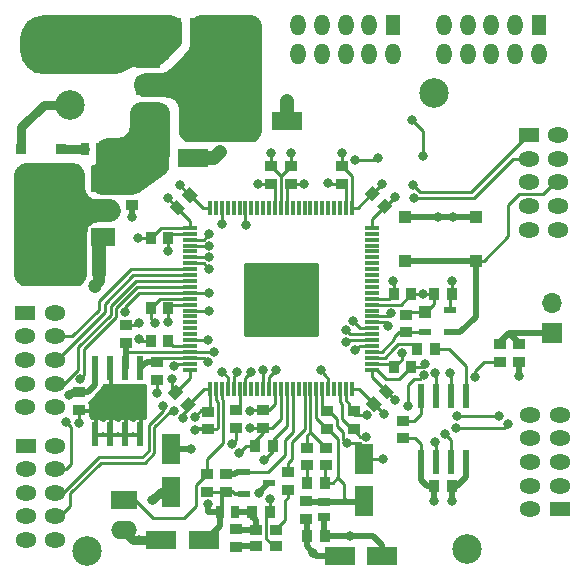
<source format=gtl>
G04 #@! TF.FileFunction,Copper,L1,Top,Signal*
%FSLAX46Y46*%
G04 Gerber Fmt 4.6, Leading zero omitted, Abs format (unit mm)*
G04 Created by KiCad (PCBNEW 4.0.5) date 03/05/17 18:12:25*
%MOMM*%
%LPD*%
G01*
G04 APERTURE LIST*
%ADD10C,0.100000*%
%ADD11C,2.501900*%
%ADD12R,1.000760X1.000760*%
%ADD13R,1.300480X0.299720*%
%ADD14R,0.299720X1.300480*%
%ADD15R,1.700000X1.700000*%
%ADD16O,1.700000X1.700000*%
%ADD17R,0.599440X1.998980*%
%ADD18R,1.000760X0.599440*%
%ADD19R,2.199640X1.524000*%
%ADD20O,2.199640X1.524000*%
%ADD21R,1.100000X0.900000*%
%ADD22R,1.000760X0.899160*%
%ADD23R,0.899160X1.000760*%
%ADD24R,2.000000X3.800000*%
%ADD25R,2.000000X1.500000*%
%ADD26R,1.300000X1.800000*%
%ADD27O,1.300000X1.800000*%
%ADD28R,1.800000X1.300000*%
%ADD29O,1.800000X1.300000*%
%ADD30R,0.635000X1.016000*%
%ADD31R,1.016000X0.635000*%
%ADD32C,2.500000*%
%ADD33R,0.850900X0.850900*%
%ADD34R,1.300480X1.498600*%
%ADD35R,2.600960X1.600200*%
%ADD36R,1.600200X2.600960*%
%ADD37C,0.800000*%
%ADD38C,1.200000*%
%ADD39C,0.250000*%
%ADD40C,0.500000*%
%ADD41C,0.800000*%
%ADD42C,1.200000*%
%ADD43C,1.000000*%
%ADD44C,0.350000*%
%ADD45C,0.254000*%
G04 APERTURE END LIST*
D10*
D11*
X99870000Y-136710000D03*
D12*
X126794260Y-108386880D03*
X132793740Y-112085120D03*
X126794260Y-112085120D03*
X132793740Y-108386880D03*
D13*
X108592620Y-110815120D03*
X108592620Y-111315500D03*
X108592620Y-111815880D03*
X108592620Y-112316260D03*
X108592620Y-112816640D03*
X108592620Y-109316520D03*
X108592620Y-109816900D03*
X108592620Y-110314740D03*
X108592620Y-117314980D03*
X108592620Y-117815360D03*
X108592620Y-118315740D03*
X108592620Y-118816120D03*
X108592620Y-119316500D03*
X108592620Y-119816880D03*
X108592620Y-120317260D03*
X108592620Y-120815100D03*
D14*
X113769140Y-122991880D03*
X114269520Y-122991880D03*
X114767360Y-122991880D03*
X115267740Y-122991880D03*
X115768120Y-122991880D03*
X116268500Y-122991880D03*
X116768880Y-122991880D03*
X117269260Y-122991880D03*
X121767600Y-122991880D03*
X122267980Y-122991880D03*
D13*
X123944380Y-121315480D03*
X123944380Y-120815100D03*
X123944380Y-120317260D03*
X123944380Y-119816880D03*
X123944380Y-119316500D03*
X123944380Y-118816120D03*
X108592620Y-113317020D03*
X108592620Y-113814860D03*
X108592620Y-114315240D03*
X108592620Y-121315480D03*
D14*
X110269020Y-122991880D03*
X110769400Y-122991880D03*
X117769640Y-122991880D03*
X118267480Y-122991880D03*
X118767860Y-122991880D03*
D13*
X123944380Y-118315740D03*
X123944380Y-117815360D03*
X123944380Y-117314980D03*
X108592620Y-114815620D03*
X108592620Y-115316000D03*
X108592620Y-115816380D03*
X108592620Y-116316760D03*
X108592620Y-116817140D03*
D14*
X111267240Y-122991880D03*
X111767620Y-122991880D03*
X112268000Y-122991880D03*
X112768380Y-122991880D03*
X113268760Y-122991880D03*
X119268240Y-122991880D03*
X119768620Y-122991880D03*
X120269000Y-122991880D03*
X120769380Y-122991880D03*
X121269760Y-122991880D03*
D13*
X123944380Y-116817140D03*
X123944380Y-116316760D03*
X123944380Y-115816380D03*
X123944380Y-115316000D03*
X123944380Y-114815620D03*
X123944380Y-114315240D03*
X123944380Y-113814860D03*
X123944380Y-113317020D03*
X123944380Y-112816640D03*
X123944380Y-112316260D03*
X123944380Y-111815880D03*
X123944380Y-111315500D03*
X123944380Y-110815120D03*
X123944380Y-110314740D03*
X123944380Y-109816900D03*
X123944380Y-109316520D03*
D14*
X122267980Y-107640120D03*
X121767600Y-107640120D03*
X121269760Y-107640120D03*
X120769380Y-107640120D03*
X120269000Y-107640120D03*
X119768620Y-107640120D03*
X119268240Y-107640120D03*
X118767860Y-107640120D03*
X118267480Y-107640120D03*
X117769640Y-107640120D03*
X117269260Y-107640120D03*
X116768880Y-107640120D03*
X116268500Y-107640120D03*
X115768120Y-107640120D03*
X115267740Y-107640120D03*
X114767360Y-107640120D03*
X114269520Y-107640120D03*
X113769140Y-107640120D03*
X113268760Y-107640120D03*
X112768380Y-107640120D03*
X112268000Y-107640120D03*
X111767620Y-107640120D03*
X111267240Y-107640120D03*
X110769400Y-107640120D03*
X110269020Y-107640120D03*
D15*
X139242800Y-118211600D03*
D16*
X139242800Y-115671600D03*
D17*
X128092200Y-129133600D03*
X129362200Y-129133600D03*
X130632200Y-129133600D03*
X131902200Y-129133600D03*
X131902200Y-123545600D03*
X130632200Y-123545600D03*
X129362200Y-123545600D03*
X128092200Y-123545600D03*
D18*
X113141760Y-129959100D03*
X115255040Y-130911600D03*
X113141760Y-131864100D03*
D19*
X102971600Y-132334000D03*
D20*
X102971600Y-134874000D03*
D21*
X114123100Y-136222500D03*
X115823100Y-134922500D03*
X115823100Y-136222500D03*
X114123100Y-134922500D03*
D22*
X103632000Y-105864660D03*
X103632000Y-107368340D03*
D23*
X129232660Y-114935000D03*
X130736340Y-114935000D03*
X130749040Y-131165600D03*
X129245360Y-131165600D03*
D22*
X134797800Y-120677940D03*
X134797800Y-119174260D03*
X118402100Y-132433060D03*
X118402100Y-133936740D03*
D23*
X119979440Y-135407400D03*
X118475760Y-135407400D03*
D22*
X120091200Y-127924560D03*
X120091200Y-129428240D03*
X118465600Y-127924560D03*
X118465600Y-129428240D03*
X120142000Y-126329440D03*
X120142000Y-124825760D03*
X122428000Y-126329440D03*
X122428000Y-124825760D03*
X110083600Y-126380240D03*
X110083600Y-124876560D03*
D23*
X115559840Y-127812800D03*
X114056160Y-127812800D03*
X125803660Y-121094500D03*
X127307340Y-121094500D03*
X125803660Y-114935000D03*
X127307340Y-114935000D03*
D22*
X121412000Y-105590340D03*
X121412000Y-104086660D03*
X115443000Y-105590340D03*
X115443000Y-104086660D03*
D23*
X106733340Y-110172500D03*
X105229660Y-110172500D03*
X106733340Y-116141500D03*
X105229660Y-116141500D03*
D22*
X117094000Y-105590340D03*
X117094000Y-104086660D03*
D10*
G36*
X108026592Y-123193948D02*
X107318948Y-123901592D01*
X106683146Y-123265790D01*
X107390790Y-122558146D01*
X108026592Y-123193948D01*
X108026592Y-123193948D01*
G37*
G36*
X109089854Y-124257210D02*
X108382210Y-124964854D01*
X107746408Y-124329052D01*
X108454052Y-123621408D01*
X109089854Y-124257210D01*
X109089854Y-124257210D01*
G37*
G36*
X124082948Y-123557908D02*
X124790592Y-124265552D01*
X124154790Y-124901354D01*
X123447146Y-124193710D01*
X124082948Y-123557908D01*
X124082948Y-123557908D01*
G37*
G36*
X125146210Y-122494646D02*
X125853854Y-123202290D01*
X125218052Y-123838092D01*
X124510408Y-123130448D01*
X125146210Y-122494646D01*
X125146210Y-122494646D01*
G37*
G36*
X124383408Y-107501552D02*
X125091052Y-106793908D01*
X125726854Y-107429710D01*
X125019210Y-108137354D01*
X124383408Y-107501552D01*
X124383408Y-107501552D01*
G37*
G36*
X123320146Y-106438290D02*
X124027790Y-105730646D01*
X124663592Y-106366448D01*
X123955948Y-107074092D01*
X123320146Y-106438290D01*
X123320146Y-106438290D01*
G37*
G36*
X108581052Y-107201092D02*
X107873408Y-106493448D01*
X108509210Y-105857646D01*
X109216854Y-106565290D01*
X108581052Y-107201092D01*
X108581052Y-107201092D01*
G37*
G36*
X107517790Y-108264354D02*
X106810146Y-107556710D01*
X107445948Y-106920908D01*
X108153592Y-107628552D01*
X107517790Y-108264354D01*
X107517790Y-108264354D01*
G37*
D22*
X114757200Y-124774960D03*
X114757200Y-126278640D03*
D23*
X113840260Y-133413500D03*
X115343940Y-133413500D03*
D22*
X99212400Y-124754640D03*
X99212400Y-123250960D03*
D24*
X111354000Y-97282000D03*
D25*
X105054000Y-97282000D03*
X105054000Y-99582000D03*
X105054000Y-94982000D03*
D24*
X94894000Y-107823000D03*
D25*
X101194000Y-107823000D03*
X101194000Y-105523000D03*
X101194000Y-110123000D03*
D12*
X128483360Y-116469160D03*
D18*
X130596640Y-118173500D03*
X128483360Y-118173500D03*
X130596640Y-116268500D03*
D26*
X125742200Y-92120400D03*
D27*
X125742200Y-94620400D03*
X123742200Y-92120400D03*
X123742200Y-94620400D03*
X121742200Y-92120400D03*
X121742200Y-94620400D03*
X119742200Y-92120400D03*
X119742200Y-94620400D03*
X117742200Y-92120400D03*
X117742200Y-94620400D03*
D26*
X138086600Y-92107700D03*
D27*
X138086600Y-94607700D03*
X136086600Y-92107700D03*
X136086600Y-94607700D03*
X134086600Y-92107700D03*
X134086600Y-94607700D03*
X132086600Y-92107700D03*
X132086600Y-94607700D03*
X130086600Y-92107700D03*
X130086600Y-94607700D03*
D28*
X137230800Y-101460800D03*
D29*
X139730800Y-101460800D03*
X137230800Y-103460800D03*
X139730800Y-103460800D03*
X137230800Y-105460800D03*
X139730800Y-105460800D03*
X137230800Y-107460800D03*
X139730800Y-107460800D03*
X137230800Y-109460800D03*
X139730800Y-109460800D03*
D28*
X139883200Y-133146300D03*
D29*
X137383200Y-133146300D03*
X139883200Y-131146300D03*
X137383200Y-131146300D03*
X139883200Y-129146300D03*
X137383200Y-129146300D03*
X139883200Y-127146300D03*
X137383200Y-127146300D03*
X139883200Y-125146300D03*
X137383200Y-125146300D03*
D28*
X94609600Y-116510300D03*
D29*
X97109600Y-116510300D03*
X94609600Y-118510300D03*
X97109600Y-118510300D03*
X94609600Y-120510300D03*
X97109600Y-120510300D03*
X94609600Y-122510300D03*
X97109600Y-122510300D03*
X94609600Y-124510300D03*
X97109600Y-124510300D03*
D28*
X94647700Y-127749800D03*
D29*
X97147700Y-127749800D03*
X94647700Y-129749800D03*
X97147700Y-129749800D03*
X94647700Y-131749800D03*
X97147700Y-131749800D03*
X94647700Y-133749800D03*
X97147700Y-133749800D03*
X94647700Y-135749800D03*
X97147700Y-135749800D03*
D30*
X99692460Y-102616000D03*
X100967540Y-102616000D03*
D31*
X119926100Y-133822440D03*
X119926100Y-132547360D03*
D30*
X111122460Y-133350000D03*
X112397540Y-133350000D03*
D32*
X98425000Y-93893000D03*
X98425000Y-98893000D03*
D33*
X94274640Y-102616000D03*
X97622360Y-102616000D03*
D34*
X109156500Y-92329000D03*
X107251500Y-92329000D03*
X98996500Y-112649000D03*
X100901500Y-112649000D03*
D35*
X105260140Y-103378000D03*
X108861860Y-103378000D03*
X124838460Y-137058400D03*
X121236740Y-137058400D03*
D36*
X123342400Y-132458460D03*
X123342400Y-128856740D03*
D35*
X113159540Y-100253800D03*
X116761260Y-100253800D03*
X109750860Y-135737600D03*
X106149140Y-135737600D03*
D36*
X106984800Y-128043940D03*
X106984800Y-131645660D03*
D17*
X100558600Y-126796800D03*
X101828600Y-126796800D03*
X103098600Y-126796800D03*
X104368600Y-126796800D03*
X104368600Y-121208800D03*
X103098600Y-121208800D03*
X101828600Y-121208800D03*
X100558600Y-121208800D03*
D11*
X129200000Y-97890000D03*
X132029200Y-136499600D03*
D22*
X110032800Y-131663440D03*
X110032800Y-130159760D03*
X126873000Y-118163340D03*
X126873000Y-116659660D03*
X126593600Y-125638560D03*
X126593600Y-127142240D03*
X136448800Y-119174260D03*
X136448800Y-120677940D03*
X112471200Y-124774960D03*
X112471200Y-126278640D03*
D23*
X129326640Y-119583200D03*
X127822960Y-119583200D03*
X118488460Y-130898900D03*
X119992140Y-130898900D03*
D22*
X111607600Y-131663440D03*
X111607600Y-130159760D03*
D23*
X106733340Y-118935500D03*
X105229660Y-118935500D03*
D22*
X112433100Y-134820660D03*
X112433100Y-136324340D03*
X105791000Y-122163840D03*
X105791000Y-120660160D03*
X103124000Y-117561360D03*
X103124000Y-119065040D03*
X116890800Y-131511040D03*
X116890800Y-130007360D03*
D37*
X112110000Y-127610000D03*
X129540000Y-108407200D03*
X130860800Y-108407200D03*
X125933200Y-123901200D03*
X107188000Y-121005600D03*
X104241600Y-118719600D03*
X105613200Y-117348000D03*
X128473200Y-120802400D03*
X115671600Y-117500400D03*
X115671600Y-116027200D03*
X117195600Y-113030000D03*
X117195600Y-114503200D03*
X114046000Y-113080800D03*
X115671600Y-113030000D03*
X118567200Y-113030000D03*
X118567200Y-114452400D03*
X118516400Y-116027200D03*
X118465600Y-117500400D03*
X117094000Y-117500400D03*
X114096800Y-117500400D03*
X114096800Y-116027200D03*
X114096800Y-114452400D03*
X115722400Y-114452400D03*
X117144800Y-116027200D03*
X105359200Y-132384800D03*
X104292400Y-135737600D03*
X123545600Y-125120400D03*
X99161600Y-125831600D03*
X108000800Y-125374400D03*
D38*
X116789200Y-98552000D03*
X111099600Y-102920800D03*
D37*
X130759200Y-132435600D03*
X119024400Y-136804400D03*
X103632000Y-108356400D03*
D38*
X100533200Y-114198400D03*
D37*
X136448800Y-121818400D03*
X112720000Y-128410000D03*
X113639600Y-126288800D03*
X108966000Y-125323600D03*
X124917200Y-128879600D03*
X121869200Y-127558800D03*
X115354100Y-132270500D03*
X115443000Y-102997000D03*
X117094000Y-102997000D03*
X121412000Y-102997000D03*
X125603000Y-116522500D03*
X128270000Y-114935000D03*
X110109000Y-118808500D03*
X113728500Y-121539000D03*
X111250000Y-121540000D03*
X104140000Y-110172500D03*
X106680000Y-106807000D03*
X124841000Y-105600500D03*
X113639600Y-124815600D03*
X108661200Y-128016000D03*
X118237000Y-105600500D03*
X125920500Y-106680000D03*
X114401600Y-131724400D03*
X124968000Y-125095000D03*
X107696000Y-105727500D03*
X107035600Y-122123200D03*
X127457200Y-105664000D03*
X110642400Y-119837200D03*
X110134400Y-120650000D03*
X127558800Y-106781600D03*
X129235200Y-132435600D03*
X98298000Y-123494800D03*
X122123200Y-135432800D03*
X126542800Y-119888000D03*
X96266000Y-104902000D03*
X97586800Y-110744000D03*
X97586800Y-104902000D03*
X94894400Y-104851200D03*
X97586800Y-112064800D03*
X96266000Y-110744000D03*
X97637600Y-113334800D03*
X96316800Y-113334800D03*
X94945200Y-113334800D03*
X94945200Y-112115600D03*
X96266000Y-112064800D03*
X94894400Y-110744000D03*
X110134400Y-132689600D03*
X109016800Y-126390400D03*
X104292400Y-117348000D03*
X114808000Y-128981200D03*
X105791000Y-123317000D03*
X125349000Y-117602000D03*
X130746500Y-113855500D03*
X125793500Y-113792000D03*
X106743500Y-117284500D03*
X106743500Y-111315500D03*
X112560000Y-121560000D03*
X114300000Y-105600500D03*
X120269000Y-105537000D03*
X123494800Y-127000000D03*
X113538000Y-97586800D03*
X113538000Y-92354400D03*
X112318800Y-92354400D03*
X111150400Y-92354400D03*
X113538000Y-96266000D03*
X113538000Y-94945200D03*
X113538000Y-93675200D03*
X107188000Y-124815600D03*
X110185200Y-116332000D03*
X106324400Y-124409200D03*
X110185200Y-114808000D03*
X103047800Y-116408200D03*
X99263200Y-122123200D03*
X98094800Y-125730000D03*
X115824000Y-121361200D03*
X134772400Y-125272800D03*
X131165600Y-125272800D03*
X135483600Y-125933200D03*
X114757200Y-121361200D03*
X131064000Y-126238000D03*
X122377200Y-117195600D03*
X121767600Y-117957600D03*
X121818400Y-118973600D03*
X122580400Y-119684800D03*
X110185200Y-112776000D03*
X110185200Y-111810800D03*
X122529600Y-103530400D03*
X124460000Y-103378000D03*
X111302800Y-109016800D03*
X110185200Y-110845600D03*
X110185200Y-109829600D03*
X113284000Y-109067600D03*
X129311400Y-127482600D03*
X130149600Y-126771400D03*
X130556000Y-121564400D03*
X127355600Y-100177600D03*
X128270000Y-103225600D03*
X129336800Y-121564400D03*
X132740400Y-121920000D03*
X128371600Y-121767600D03*
X127000000Y-124358400D03*
X119684800Y-121361200D03*
D39*
X112471200Y-126278640D02*
X112471200Y-127248800D01*
X112471200Y-127248800D02*
X112110000Y-127610000D01*
X115823100Y-136222500D02*
X115612500Y-136222500D01*
X115612500Y-136222500D02*
X114980000Y-135590000D01*
X114980000Y-135590000D02*
X114980000Y-133777440D01*
X114980000Y-133777440D02*
X115343940Y-133413500D01*
D40*
X126814580Y-108407200D02*
X129540000Y-108407200D01*
X130881120Y-108386880D02*
X132793740Y-108386880D01*
X130881120Y-108386880D02*
X130860800Y-108407200D01*
X129540000Y-108407200D02*
X130860800Y-108407200D01*
X126814580Y-108407200D02*
X126794260Y-108386880D01*
D39*
X125182131Y-123166369D02*
X125198369Y-123166369D01*
X125198369Y-123166369D02*
X125933200Y-123901200D01*
X108592620Y-120815100D02*
X107378500Y-120815100D01*
X107378500Y-120815100D02*
X107188000Y-121005600D01*
X105229660Y-118935500D02*
X104457500Y-118935500D01*
X104457500Y-118935500D02*
X104241600Y-118719600D01*
X105229660Y-116141500D02*
X105229660Y-116964460D01*
X105229660Y-116964460D02*
X105613200Y-117348000D01*
X127307340Y-121094500D02*
X128181100Y-121094500D01*
X128181100Y-121094500D02*
X128473200Y-120802400D01*
D40*
X117094000Y-117500400D02*
X115722400Y-117449600D01*
X115722400Y-117449600D02*
X115671600Y-117500400D01*
X117144800Y-116027200D02*
X115671600Y-116027200D01*
X118567200Y-114452400D02*
X117246400Y-114452400D01*
X117246400Y-114452400D02*
X117195600Y-114503200D01*
X115671600Y-113030000D02*
X117144800Y-113080800D01*
X117144800Y-113080800D02*
X117195600Y-113030000D01*
X114046000Y-113080800D02*
X115620800Y-113080800D01*
X115620800Y-113080800D02*
X115722400Y-112979200D01*
X115722400Y-112979200D02*
X118567200Y-113030000D01*
X118567200Y-113030000D02*
X118567200Y-114452400D01*
X118567200Y-114452400D02*
X118516400Y-114503200D01*
X118516400Y-114503200D02*
X115773200Y-114503200D01*
X115773200Y-114503200D02*
X114096800Y-114452400D01*
X114096800Y-114452400D02*
X114096800Y-116027200D01*
X114096800Y-116027200D02*
X114147600Y-115976400D01*
X114147600Y-115976400D02*
X117144800Y-116027200D01*
X117144800Y-116027200D02*
X117195600Y-115976400D01*
X117195600Y-115976400D02*
X118516400Y-116027200D01*
X118516400Y-116027200D02*
X118465600Y-116078000D01*
X118465600Y-116078000D02*
X118465600Y-117500400D01*
X118465600Y-117500400D02*
X117094000Y-117500400D01*
X117094000Y-117500400D02*
X117043200Y-117551200D01*
X117043200Y-117551200D02*
X114096800Y-117500400D01*
X118516400Y-116027200D02*
X118465600Y-116078000D01*
D41*
X106984800Y-131645660D02*
X106098340Y-131645660D01*
X106098340Y-131645660D02*
X105359200Y-132384800D01*
X102971600Y-134874000D02*
X102971600Y-134975600D01*
X102971600Y-134975600D02*
X103733600Y-135737600D01*
X103733600Y-135737600D02*
X104292400Y-135737600D01*
X106149140Y-135737600D02*
X104292400Y-135737600D01*
D39*
X122428000Y-124825760D02*
X122428000Y-125120400D01*
X122428000Y-125120400D02*
X123545600Y-125120400D01*
X99212400Y-124754640D02*
X99212400Y-125780800D01*
X108418131Y-124293131D02*
X108418131Y-124652269D01*
X108418131Y-124652269D02*
X108000800Y-125069600D01*
X108000800Y-125069600D02*
X108000800Y-125374400D01*
D42*
X116761260Y-100253800D02*
X116761260Y-98579940D01*
X116761260Y-98579940D02*
X116789200Y-98552000D01*
X108861860Y-103378000D02*
X110642400Y-103378000D01*
X110642400Y-103378000D02*
X111099600Y-102920800D01*
D40*
X130749040Y-131165600D02*
X130749040Y-132425440D01*
X130749040Y-132425440D02*
X130759200Y-132435600D01*
X121236740Y-137058400D02*
X119278400Y-137058400D01*
X118475760Y-136255760D02*
X118475760Y-135407400D01*
X118475760Y-136255760D02*
X119024400Y-136804400D01*
X119278400Y-137058400D02*
X119024400Y-136804400D01*
X103632000Y-107368340D02*
X103632000Y-108356400D01*
D42*
X100901500Y-112649000D02*
X100901500Y-110415500D01*
X100901500Y-110415500D02*
X101194000Y-110123000D01*
D43*
X100901500Y-112649000D02*
X100901500Y-113830100D01*
X100901500Y-113830100D02*
X100533200Y-114198400D01*
D40*
X136448800Y-120677940D02*
X136448800Y-121818400D01*
X130749040Y-131165600D02*
X131165600Y-131165600D01*
X131165600Y-131165600D02*
X131902200Y-130429000D01*
X131902200Y-130429000D02*
X131902200Y-129133600D01*
X118475760Y-135407400D02*
X118475760Y-134010400D01*
X118475760Y-134010400D02*
X118402100Y-133936740D01*
D39*
X114056160Y-127812800D02*
X114056160Y-127345440D01*
X114056160Y-127345440D02*
X114757200Y-126644400D01*
X114757200Y-126644400D02*
X114757200Y-126278640D01*
X114056160Y-127812800D02*
X113334800Y-127812800D01*
X113334800Y-127812800D02*
X112720000Y-128410000D01*
X116268500Y-122991880D02*
X116268500Y-125488700D01*
X113649760Y-126278640D02*
X113639600Y-126288800D01*
X115478560Y-126278640D02*
X113649760Y-126278640D01*
X116268500Y-125488700D02*
X115478560Y-126278640D01*
X110185200Y-124774960D02*
X109514640Y-124774960D01*
X109514640Y-124774960D02*
X108966000Y-125323600D01*
X110269020Y-122991880D02*
X110269020Y-124691140D01*
X110269020Y-124691140D02*
X110185200Y-124774960D01*
X123342400Y-128856740D02*
X124894340Y-128856740D01*
X124894340Y-128856740D02*
X124917200Y-128879600D01*
X123342400Y-128856740D02*
X123342400Y-127965200D01*
X123342400Y-127965200D02*
X122936000Y-127558800D01*
X122936000Y-127558800D02*
X121869200Y-127558800D01*
X120091200Y-124825760D02*
X120355360Y-124825760D01*
X120355360Y-124825760D02*
X121005600Y-125476000D01*
X121557202Y-127246802D02*
X121869200Y-127558800D01*
X121557202Y-126637202D02*
X121557202Y-127246802D01*
X121005600Y-126085600D02*
X121557202Y-126637202D01*
X121005600Y-125476000D02*
X121005600Y-126085600D01*
X120091200Y-124825760D02*
X120091200Y-124917200D01*
X123342400Y-128856740D02*
X122608340Y-128856740D01*
X120091200Y-124825760D02*
X120456960Y-124825760D01*
X121767600Y-122991880D02*
X121767600Y-123901200D01*
X122072400Y-124206000D02*
X122072400Y-124571760D01*
X121767600Y-123901200D02*
X122072400Y-124206000D01*
X122072400Y-124571760D02*
X122326400Y-124825760D01*
X119768620Y-122991880D02*
X119768620Y-124553980D01*
X119768620Y-124553980D02*
X120040400Y-124825760D01*
X115343940Y-133413500D02*
X115343940Y-132280660D01*
X115343940Y-132280660D02*
X115354100Y-132270500D01*
X115443000Y-104086660D02*
X115443000Y-102997000D01*
X108418131Y-124293131D02*
X108418131Y-124372869D01*
X123944380Y-121315480D02*
X124363480Y-121315480D01*
X124363480Y-121315480D02*
X125158500Y-122110500D01*
X126291340Y-122110500D02*
X127307340Y-121094500D01*
X125158500Y-122110500D02*
X126291340Y-122110500D01*
X128483360Y-116469160D02*
X127127000Y-116469160D01*
X127127000Y-116469160D02*
X126873000Y-116723160D01*
X123944380Y-116817140D02*
X125308360Y-116817140D01*
X125308360Y-116817140D02*
X125603000Y-116522500D01*
X128483360Y-116469160D02*
X128513840Y-116469160D01*
X128513840Y-116469160D02*
X129232660Y-115750340D01*
X129232660Y-115750340D02*
X129232660Y-114935000D01*
X127307340Y-114935000D02*
X128270000Y-114935000D01*
X128270000Y-114935000D02*
X129232660Y-114935000D01*
X108592620Y-118816120D02*
X110101380Y-118816120D01*
X110101380Y-118816120D02*
X110109000Y-118808500D01*
X108418131Y-124293131D02*
X108418131Y-124309369D01*
X113268760Y-122991880D02*
X113268760Y-121998740D01*
X113268760Y-121998740D02*
X113728500Y-121539000D01*
X111767620Y-122991880D02*
X111760000Y-121920000D01*
X111760000Y-121920000D02*
X111250000Y-121540000D01*
X108592620Y-115316000D02*
X106055160Y-115316000D01*
X106055160Y-115316000D02*
X105229660Y-116141500D01*
X116268500Y-104965500D02*
X116268500Y-104912160D01*
X116268500Y-104912160D02*
X115443000Y-104086660D01*
X105229660Y-110172500D02*
X104140000Y-110172500D01*
X117094000Y-104086660D02*
X117094000Y-102997000D01*
X116268500Y-107640120D02*
X116268500Y-104965500D01*
X116268500Y-104912160D02*
X117094000Y-104086660D01*
X107481869Y-107592631D02*
X107465631Y-107592631D01*
X107465631Y-107592631D02*
X106680000Y-106807000D01*
X108592620Y-109316520D02*
X106085640Y-109316520D01*
X106085640Y-109316520D02*
X105229660Y-110172500D01*
X123944380Y-115816380D02*
X126425960Y-115816380D01*
X126425960Y-115816380D02*
X127307340Y-114935000D01*
X108592620Y-109316520D02*
X108592620Y-108703382D01*
X108592620Y-108703382D02*
X107481869Y-107592631D01*
X121412000Y-104086660D02*
X121412000Y-102997000D01*
X122267980Y-107640120D02*
X122267980Y-104942640D01*
X122267980Y-104942640D02*
X121412000Y-104086660D01*
X123991869Y-106402369D02*
X124039131Y-106402369D01*
X124039131Y-106402369D02*
X124841000Y-105600500D01*
X122267980Y-107640120D02*
X122754118Y-107640120D01*
X122754118Y-107640120D02*
X123991869Y-106402369D01*
X110269020Y-122991880D02*
X109719382Y-122991880D01*
X109719382Y-122991880D02*
X108418131Y-124293131D01*
X123944380Y-121315480D02*
X123944380Y-121928618D01*
X123944380Y-121928618D02*
X125182131Y-123166369D01*
X115823100Y-136222500D02*
X115623100Y-136222500D01*
X114973100Y-133784340D02*
X115343940Y-133413500D01*
D40*
X114123100Y-134922500D02*
X112534940Y-134922500D01*
X112534940Y-134922500D02*
X112433100Y-134820660D01*
X113840260Y-133413500D02*
X113840260Y-133804660D01*
X113840260Y-133804660D02*
X114123100Y-134087500D01*
X114123100Y-134087500D02*
X114123100Y-134922500D01*
X112397540Y-133350000D02*
X113776760Y-133350000D01*
X113776760Y-133350000D02*
X113840260Y-133413500D01*
D39*
X113804700Y-133377940D02*
X113840260Y-133413500D01*
X114021260Y-134820660D02*
X114123100Y-134922500D01*
X113840260Y-134639660D02*
X114123100Y-134922500D01*
X113830100Y-133403340D02*
X113840260Y-133413500D01*
X112661940Y-134922500D02*
X112560100Y-134820660D01*
X113840260Y-134639660D02*
X114123100Y-134922500D01*
X114757200Y-124774960D02*
X113680240Y-124774960D01*
X113680240Y-124774960D02*
X113639600Y-124815600D01*
D40*
X108633260Y-128043940D02*
X106984800Y-128043940D01*
X108633260Y-128043940D02*
X108661200Y-128016000D01*
D39*
X118226840Y-105590340D02*
X118237000Y-105600500D01*
X118226840Y-105590340D02*
X117094000Y-105590340D01*
X125920500Y-106680000D02*
X125134869Y-107465631D01*
D40*
X114401600Y-131724400D02*
X115214400Y-130911600D01*
D39*
X124968000Y-125095000D02*
X124118869Y-124245869D01*
X107696000Y-105727500D02*
X108497869Y-106529369D01*
X107035600Y-122123200D02*
X107035600Y-123139200D01*
D40*
X115255040Y-130911600D02*
X115214400Y-130911600D01*
D39*
X107354869Y-123229869D02*
X107126269Y-123229869D01*
X107126269Y-123229869D02*
X107035600Y-123139200D01*
X107354869Y-123229869D02*
X107227869Y-123229869D01*
X115768120Y-122991880D02*
X115768120Y-124261880D01*
X115768120Y-124261880D02*
X115255040Y-124774960D01*
X115255040Y-124774960D02*
X114757200Y-124774960D01*
X107354869Y-123229869D02*
X107338631Y-123229869D01*
X124118869Y-124229631D02*
X124118869Y-124245869D01*
X116768880Y-107640120D02*
X116768880Y-105915460D01*
X116768880Y-105915460D02*
X117094000Y-105590340D01*
X116768880Y-105851960D02*
X117030500Y-105590340D01*
X108545131Y-106529369D02*
X108497869Y-106529369D01*
X125055131Y-107465631D02*
X125134869Y-107465631D01*
X108592620Y-121315480D02*
X108592620Y-121992118D01*
X108592620Y-121992118D02*
X107354869Y-123229869D01*
X123944380Y-109316520D02*
X123944380Y-108576382D01*
X123944380Y-108576382D02*
X125055131Y-107465631D01*
X110269020Y-107640120D02*
X109655882Y-107640120D01*
X109655882Y-107640120D02*
X108545131Y-106529369D01*
X122267980Y-122991880D02*
X122881118Y-122991880D01*
X122881118Y-122991880D02*
X124118869Y-124229631D01*
X117269260Y-122991880D02*
X117269260Y-126621540D01*
X115201700Y-129959100D02*
X113141760Y-129959100D01*
X116636800Y-128524000D02*
X115201700Y-129959100D01*
X116636800Y-127254000D02*
X116636800Y-128524000D01*
X117269260Y-126621540D02*
X116636800Y-127254000D01*
D40*
X113141760Y-129959100D02*
X112560100Y-129959100D01*
X112359440Y-130159760D02*
X111607600Y-130159760D01*
X112560100Y-129959100D02*
X112359440Y-130159760D01*
D39*
X118267480Y-122991880D02*
X118267480Y-126385320D01*
X116890800Y-129184400D02*
X116890800Y-130007360D01*
X117195600Y-128879600D02*
X116890800Y-129184400D01*
X117195600Y-127457200D02*
X117195600Y-128879600D01*
X118267480Y-126385320D02*
X117195600Y-127457200D01*
X137480800Y-101460800D02*
X137197600Y-101460800D01*
X137197600Y-101460800D02*
X132384800Y-106273600D01*
X132384800Y-106273600D02*
X128066800Y-106273600D01*
X128066800Y-106273600D02*
X127457200Y-105664000D01*
X110642400Y-119837200D02*
X110622080Y-119816880D01*
X110622080Y-119816880D02*
X108592620Y-119816880D01*
D40*
X103124000Y-119065040D02*
X103124000Y-121183400D01*
X103124000Y-121183400D02*
X103098600Y-121208800D01*
D39*
X108592620Y-119816880D02*
X103347520Y-119816880D01*
X103098600Y-120065800D02*
X103098600Y-121208800D01*
X103347520Y-119816880D02*
X103098600Y-120065800D01*
X137480800Y-103460800D02*
X135959600Y-103460800D01*
X109778800Y-120294400D02*
X108615480Y-120294400D01*
X110134400Y-120650000D02*
X109778800Y-120294400D01*
X132638800Y-106781600D02*
X127558800Y-106781600D01*
X135959600Y-103460800D02*
X132638800Y-106781600D01*
X108615480Y-120294400D02*
X108592620Y-120317260D01*
D40*
X105791000Y-120660160D02*
X104917240Y-120660160D01*
X104917240Y-120660160D02*
X104368600Y-121208800D01*
D39*
X105721150Y-120730010D02*
X105791000Y-120660160D01*
X108592620Y-120317260D02*
X106133900Y-120317260D01*
X106133900Y-120317260D02*
X105791000Y-120660160D01*
D40*
X129245360Y-131165600D02*
X129245360Y-132425440D01*
X129245360Y-132425440D02*
X129235200Y-132435600D01*
X99212400Y-123250960D02*
X98541840Y-123250960D01*
X98541840Y-123250960D02*
X98298000Y-123494800D01*
X119979440Y-135407400D02*
X122097800Y-135407400D01*
X124838460Y-136166860D02*
X124104400Y-135432800D01*
X124104400Y-135432800D02*
X122123200Y-135432800D01*
X124838460Y-136166860D02*
X124838460Y-137058400D01*
X122097800Y-135407400D02*
X122123200Y-135432800D01*
D39*
X125803660Y-121094500D02*
X125895100Y-121094500D01*
X125895100Y-121094500D02*
X126542800Y-120446800D01*
X126542800Y-120446800D02*
X126542800Y-119888000D01*
D40*
X94894400Y-104851200D02*
X96215200Y-104851200D01*
X96215200Y-104851200D02*
X96266000Y-104902000D01*
X96266000Y-104902000D02*
X97586800Y-104902000D01*
X94894400Y-110744000D02*
X94894400Y-104851200D01*
X96266000Y-112064800D02*
X97586800Y-112064800D01*
X94945200Y-112115600D02*
X96215200Y-112115600D01*
X96215200Y-112115600D02*
X96266000Y-112064800D01*
X96316800Y-113334800D02*
X94945200Y-113334800D01*
X97637600Y-113334800D02*
X96316800Y-113334800D01*
X97637600Y-113334800D02*
X97637600Y-112115600D01*
X97637600Y-112115600D02*
X97586800Y-112064800D01*
X96316800Y-113334800D02*
X96316800Y-112115600D01*
X96316800Y-112115600D02*
X96266000Y-112064800D01*
X94945200Y-113334800D02*
X94945200Y-112115600D01*
X96266000Y-110744000D02*
X96266000Y-112064800D01*
X97586800Y-110744000D02*
X97586800Y-112064800D01*
X97586800Y-110744000D02*
X96266000Y-110744000D01*
X96266000Y-110744000D02*
X96316800Y-110794800D01*
X94894400Y-110744000D02*
X94894400Y-112064800D01*
X94894400Y-112064800D02*
X94945200Y-112115600D01*
X94894400Y-110744000D02*
X96266000Y-110744000D01*
X94894000Y-107823000D02*
X94894000Y-110743600D01*
X94894000Y-110743600D02*
X94894400Y-110744000D01*
D39*
X111607600Y-131663440D02*
X110032800Y-131663440D01*
D40*
X110134400Y-133350000D02*
X110134400Y-132689600D01*
X110134400Y-133350000D02*
X111122460Y-133350000D01*
X109750860Y-135737600D02*
X109931200Y-135737600D01*
X109931200Y-135737600D02*
X111122460Y-134546340D01*
X111122460Y-134546340D02*
X111122460Y-133350000D01*
D44*
X110083600Y-126380240D02*
X109026960Y-126380240D01*
X109026960Y-126380240D02*
X109016800Y-126390400D01*
X111607600Y-131663440D02*
X112207040Y-131663440D01*
X112407700Y-131864100D02*
X113141760Y-131864100D01*
X112207040Y-131663440D02*
X112407700Y-131864100D01*
X111122460Y-133350000D02*
X111302800Y-133169660D01*
X111302800Y-133169660D02*
X111302800Y-131968240D01*
X111302800Y-131968240D02*
X111607600Y-131663440D01*
D39*
X126593600Y-127142240D02*
X127650240Y-127142240D01*
X128092200Y-127584200D02*
X128092200Y-129133600D01*
X127650240Y-127142240D02*
X128092200Y-127584200D01*
D40*
X129245360Y-131165600D02*
X128625600Y-131165600D01*
X128092200Y-130632200D02*
X128092200Y-129133600D01*
X128625600Y-131165600D02*
X128092200Y-130632200D01*
D39*
X103124000Y-117561360D02*
X104079040Y-117561360D01*
X104079040Y-117561360D02*
X104292400Y-117348000D01*
D40*
X100558600Y-122605800D02*
X100558600Y-121208800D01*
X99913440Y-123250960D02*
X100558600Y-122605800D01*
X99212400Y-123250960D02*
X99913440Y-123250960D01*
X119926100Y-133822440D02*
X119926100Y-135354060D01*
X119926100Y-135354060D02*
X119979440Y-135407400D01*
D39*
X115559840Y-127812800D02*
X115559840Y-128229360D01*
X115559840Y-128229360D02*
X114808000Y-128981200D01*
X115559840Y-127812800D02*
X115559840Y-127264160D01*
X116768880Y-126055120D02*
X116768880Y-122991880D01*
X115559840Y-127264160D02*
X116768880Y-126055120D01*
X110769400Y-122991880D02*
X110769400Y-123919402D01*
X110804960Y-126380240D02*
X110083600Y-126380240D01*
X110947200Y-126238000D02*
X110804960Y-126380240D01*
X110947200Y-124097202D02*
X110947200Y-126238000D01*
X110769400Y-123919402D02*
X110947200Y-124097202D01*
X105791000Y-122163840D02*
X105791000Y-123317000D01*
X123944380Y-117314980D02*
X125061980Y-117314980D01*
X125061980Y-117314980D02*
X125349000Y-117602000D01*
X130736340Y-114935000D02*
X130736340Y-113865660D01*
X130736340Y-113865660D02*
X130746500Y-113855500D01*
X130596640Y-116268500D02*
X130596640Y-115074700D01*
X130596640Y-115074700D02*
X130736340Y-114935000D01*
X125803660Y-114935000D02*
X125803660Y-113802160D01*
X125803660Y-113802160D02*
X125793500Y-113792000D01*
X106733340Y-116141500D02*
X106733340Y-117274340D01*
X106733340Y-117274340D02*
X106743500Y-117284500D01*
X106733340Y-110172500D02*
X106733340Y-111305340D01*
X106733340Y-111305340D02*
X106743500Y-111315500D01*
X112268000Y-122991880D02*
X112268000Y-121920000D01*
X112268000Y-121920000D02*
X112560000Y-121560000D01*
X108592620Y-115816380D02*
X107058460Y-115816380D01*
X107058460Y-115816380D02*
X106733340Y-116141500D01*
X115443000Y-105590340D02*
X114310160Y-105590340D01*
X114310160Y-105590340D02*
X114300000Y-105600500D01*
X115768120Y-107640120D02*
X115768120Y-105915460D01*
X115768120Y-105915460D02*
X115443000Y-105590340D01*
X108592620Y-109816900D02*
X107088940Y-109816900D01*
X107088940Y-109816900D02*
X106733340Y-110172500D01*
X123944380Y-115316000D02*
X125422660Y-115316000D01*
X125422660Y-115316000D02*
X125803660Y-114935000D01*
X121412000Y-105590340D02*
X120322340Y-105590340D01*
X120322340Y-105590340D02*
X120269000Y-105537000D01*
X121767600Y-107640120D02*
X121767600Y-105945940D01*
X121767600Y-105945940D02*
X121412000Y-105590340D01*
X123944380Y-120815100D02*
X125460760Y-120815100D01*
X125460760Y-120815100D02*
X125803660Y-121158000D01*
X122986800Y-127000000D02*
X123494800Y-127000000D01*
X122428000Y-126441200D02*
X122986800Y-127000000D01*
D41*
X113538000Y-97586800D02*
X113538000Y-96266000D01*
X113538000Y-92354400D02*
X113538000Y-93675200D01*
X111125000Y-92329000D02*
X109156500Y-92329000D01*
X113538000Y-92354400D02*
X112318800Y-92354400D01*
X111125000Y-92329000D02*
X111150400Y-92354400D01*
X111150400Y-92354400D02*
X112318800Y-92354400D01*
X113538000Y-96266000D02*
X113538000Y-94945200D01*
X113538000Y-93675200D02*
X113538000Y-94945200D01*
D39*
X122428000Y-126329440D02*
X122428000Y-126441200D01*
X121269760Y-122991880D02*
X121269760Y-124039758D01*
X121462800Y-125465840D02*
X122326400Y-126329440D01*
X121462800Y-124232798D02*
X121462800Y-125465840D01*
X121269760Y-124039758D02*
X121462800Y-124232798D01*
X121107200Y-130454400D02*
X121615200Y-130962400D01*
X121615200Y-132181600D02*
X121980960Y-132547360D01*
X121615200Y-130962400D02*
X121615200Y-132181600D01*
D40*
X119926100Y-132547360D02*
X121980960Y-132547360D01*
X121980960Y-132547360D02*
X123253500Y-132547360D01*
X123253500Y-132547360D02*
X123342400Y-132458460D01*
X119926100Y-130964940D02*
X119992140Y-130898900D01*
X119926100Y-132547360D02*
X118516400Y-132547360D01*
X118516400Y-132547360D02*
X118402100Y-132433060D01*
D39*
X123342400Y-132458460D02*
X123009660Y-132458460D01*
X119992140Y-130898900D02*
X119992140Y-129527300D01*
X119992140Y-129527300D02*
X120091200Y-129428240D01*
X120091200Y-126329440D02*
X120233440Y-126329440D01*
X120233440Y-126329440D02*
X121107200Y-127203200D01*
X120662700Y-130898900D02*
X119992140Y-130898900D01*
X121107200Y-130454400D02*
X121056400Y-130505200D01*
X121056400Y-130505200D02*
X120662700Y-130898900D01*
X121107200Y-127203200D02*
X121107200Y-130454400D01*
X120091200Y-126329440D02*
X120284240Y-126329440D01*
X120091200Y-126329440D02*
X120385840Y-126329440D01*
X119268240Y-122991880D02*
X119268240Y-125455680D01*
X119268240Y-125455680D02*
X120142000Y-126329440D01*
X119989600Y-130896360D02*
X119992140Y-130898900D01*
D41*
X98425000Y-98893000D02*
X96179000Y-98893000D01*
X94274640Y-100797360D02*
X94274640Y-102616000D01*
X96179000Y-98893000D02*
X94274640Y-100797360D01*
X97622360Y-102616000D02*
X99692460Y-102616000D01*
D39*
X106934000Y-124815600D02*
X107188000Y-124815600D01*
X105562400Y-126187200D02*
X106934000Y-124815600D01*
X105562400Y-128371600D02*
X105562400Y-126187200D01*
X104749600Y-129184400D02*
X105562400Y-128371600D01*
X101041200Y-129184400D02*
X104749600Y-129184400D01*
X98450400Y-131775200D02*
X101041200Y-129184400D01*
X98450400Y-132842000D02*
X98450400Y-131775200D01*
X97542600Y-133749800D02*
X98450400Y-132842000D01*
X110169960Y-116316760D02*
X108592620Y-116316760D01*
X110185200Y-116332000D02*
X110169960Y-116316760D01*
X96897700Y-133749800D02*
X97542600Y-133749800D01*
X106324400Y-124815600D02*
X106324400Y-124409200D01*
X105105200Y-126034800D02*
X106324400Y-124815600D01*
X105105200Y-128168400D02*
X105105200Y-126034800D01*
X104546400Y-128727200D02*
X105105200Y-128168400D01*
X100838000Y-128727200D02*
X104546400Y-128727200D01*
X97815400Y-131749800D02*
X100838000Y-128727200D01*
X110177580Y-114815620D02*
X108592620Y-114815620D01*
X110185200Y-114808000D02*
X110177580Y-114815620D01*
X96897700Y-131749800D02*
X97815400Y-131749800D01*
X108592620Y-114815620D02*
X104284780Y-114815620D01*
X104284780Y-114815620D02*
X103047800Y-116052600D01*
X103047800Y-116052600D02*
X103047800Y-116408200D01*
X96897700Y-129749800D02*
X98088200Y-129749800D01*
X104099360Y-114315240D02*
X102311200Y-116103400D01*
X102311200Y-116103400D02*
X102311200Y-116840000D01*
X102311200Y-116840000D02*
X99593400Y-119557800D01*
X99593400Y-119557800D02*
X99593400Y-121793000D01*
X99593400Y-121793000D02*
X99263200Y-122123200D01*
X104099360Y-114315240D02*
X108592620Y-114315240D01*
X98501200Y-126136400D02*
X98094800Y-125730000D01*
X98501200Y-129336800D02*
X98501200Y-126136400D01*
X98088200Y-129749800D02*
X98501200Y-129336800D01*
X99110800Y-121259600D02*
X99110800Y-121310400D01*
X103957542Y-113814860D02*
X101854000Y-115918402D01*
X101854000Y-115918402D02*
X101854000Y-116687600D01*
X101854000Y-116687600D02*
X99110800Y-119430800D01*
X99110800Y-119430800D02*
X99110800Y-121259600D01*
X108592620Y-113814860D02*
X103957542Y-113814860D01*
X99110800Y-121310400D02*
X97910900Y-122510300D01*
X97910900Y-122510300D02*
X96859600Y-122510300D01*
X108592620Y-113317020D02*
X103751380Y-113317020D01*
X101346000Y-116433600D02*
X97269300Y-120510300D01*
X101346000Y-115722400D02*
X101346000Y-116433600D01*
X103751380Y-113317020D02*
X101346000Y-115722400D01*
X96859600Y-118510300D02*
X98558100Y-118510300D01*
X103540560Y-112816640D02*
X108592620Y-112816640D01*
X100838000Y-115519200D02*
X103540560Y-112816640D01*
X100838000Y-116230400D02*
X100838000Y-115519200D01*
X98558100Y-118510300D02*
X100838000Y-116230400D01*
X115267740Y-122991880D02*
X115267740Y-121917460D01*
X115824000Y-121361200D02*
X115267740Y-121917460D01*
X134772400Y-125272800D02*
X131165600Y-125272800D01*
X135483600Y-125933200D02*
X135178800Y-126238000D01*
X114767360Y-121371360D02*
X114767360Y-122991880D01*
X114757200Y-121361200D02*
X114767360Y-121371360D01*
X135178800Y-126238000D02*
X131064000Y-126238000D01*
X132793740Y-112085120D02*
X133431280Y-112085120D01*
X138464800Y-106476800D02*
X139480800Y-105460800D01*
X136398000Y-106476800D02*
X138464800Y-106476800D01*
X135483600Y-107391200D02*
X136398000Y-106476800D01*
X135483600Y-110032800D02*
X135483600Y-107391200D01*
X133431280Y-112085120D02*
X135483600Y-110032800D01*
D40*
X130596640Y-118173500D02*
X131457700Y-118173500D01*
X132793740Y-116837460D02*
X132793740Y-112085120D01*
X131457700Y-118173500D02*
X132793740Y-116837460D01*
X126794260Y-112085120D02*
X132793740Y-112085120D01*
D39*
X132054600Y-94389700D02*
X132086600Y-94357700D01*
X129326640Y-119583200D02*
X130505200Y-119583200D01*
X130505200Y-119583200D02*
X130492500Y-119570500D01*
X131902200Y-120980200D02*
X131902200Y-123545600D01*
X130492500Y-119570500D02*
X131902200Y-120980200D01*
X123944380Y-117815360D02*
X122996960Y-117815360D01*
X122996960Y-117815360D02*
X122377200Y-117195600D01*
X121767600Y-117957600D02*
X122125740Y-118315740D01*
X122125740Y-118315740D02*
X123944380Y-118315740D01*
X121818400Y-118973600D02*
X121975880Y-118816120D01*
X121975880Y-118816120D02*
X123944380Y-118816120D01*
X122948700Y-119316500D02*
X123944380Y-119316500D01*
X122580400Y-119684800D02*
X122948700Y-119316500D01*
X110185200Y-112776000D02*
X109728000Y-112318800D01*
X109728000Y-112318800D02*
X108595160Y-112318800D01*
X108595160Y-112318800D02*
X108592620Y-112316260D01*
X110185200Y-111810800D02*
X110180120Y-111815880D01*
X110180120Y-111815880D02*
X108592620Y-111815880D01*
X124307600Y-103530400D02*
X122529600Y-103530400D01*
X124460000Y-103378000D02*
X124307600Y-103530400D01*
X111302800Y-109016800D02*
X111267240Y-108981240D01*
X111267240Y-108981240D02*
X111267240Y-107640120D01*
X110185200Y-110845600D02*
X110154720Y-110815120D01*
X110154720Y-110815120D02*
X108592620Y-110815120D01*
X110185200Y-109829600D02*
X109750860Y-110314740D01*
X109750860Y-110314740D02*
X108592620Y-110314740D01*
X113268760Y-107640120D02*
X113268760Y-109052360D01*
X113268760Y-109052360D02*
X113284000Y-109067600D01*
X129362200Y-127533400D02*
X129362200Y-129133600D01*
X129311400Y-127482600D02*
X129362200Y-127533400D01*
X130632200Y-127254000D02*
X130632200Y-129133600D01*
X130149600Y-126771400D02*
X130632200Y-127254000D01*
X130556000Y-121564400D02*
X130632200Y-121640600D01*
X130632200Y-121640600D02*
X130632200Y-123545600D01*
X126873000Y-118163340D02*
X128473200Y-118163340D01*
X128473200Y-118163340D02*
X128483360Y-118173500D01*
X123944380Y-119816880D02*
X124785120Y-119816880D01*
X126248160Y-118163340D02*
X126873000Y-118163340D01*
X125857000Y-118554500D02*
X126248160Y-118163340D01*
X125857000Y-118745000D02*
X125857000Y-118554500D01*
X124785120Y-119816880D02*
X125857000Y-118745000D01*
D40*
X114123100Y-136222500D02*
X112534940Y-136222500D01*
X112534940Y-136222500D02*
X112433100Y-136324340D01*
D39*
X114021260Y-136324340D02*
X114123100Y-136222500D01*
X115823100Y-134922500D02*
X115823100Y-134773300D01*
X115823100Y-134773300D02*
X116586000Y-134010400D01*
X116890800Y-132130800D02*
X116890800Y-131511040D01*
X116586000Y-132435600D02*
X116890800Y-132130800D01*
X116586000Y-134010400D02*
X116586000Y-132435600D01*
X115823100Y-134922500D02*
X115877100Y-134922500D01*
D40*
X139242800Y-118211600D02*
X135585200Y-118211600D01*
X135585200Y-118211600D02*
X135559800Y-118186200D01*
X136448800Y-119174260D02*
X136448800Y-119075200D01*
X136448800Y-119075200D02*
X135559800Y-118186200D01*
X135559800Y-118186200D02*
X134797800Y-118948200D01*
X134797800Y-118948200D02*
X134797800Y-119174260D01*
D39*
X126593600Y-125638560D02*
X127497840Y-125638560D01*
X128092200Y-125044200D02*
X128092200Y-123545600D01*
X127497840Y-125638560D02*
X128092200Y-125044200D01*
X127355600Y-100177600D02*
X128270000Y-101092000D01*
X128270000Y-101092000D02*
X128270000Y-103225600D01*
X129336800Y-121564400D02*
X129362200Y-121589800D01*
X129362200Y-121589800D02*
X129362200Y-123545600D01*
X128371600Y-121767600D02*
X128320800Y-121767600D01*
X133474460Y-120677940D02*
X132740400Y-121412000D01*
X132740400Y-121412000D02*
X132740400Y-121920000D01*
X134797800Y-120677940D02*
X133474460Y-120677940D01*
X127000000Y-122580400D02*
X127000000Y-124358400D01*
X127508000Y-122072400D02*
X127000000Y-122580400D01*
X128016000Y-122072400D02*
X127508000Y-122072400D01*
X128320800Y-121767600D02*
X128016000Y-122072400D01*
X120269000Y-122097800D02*
X120269000Y-122991880D01*
X119684800Y-121361200D02*
X120269000Y-122097800D01*
X118465600Y-127924560D02*
X118465600Y-126898400D01*
X118465600Y-126898400D02*
X118770400Y-126593600D01*
X120091200Y-127924560D02*
X120091200Y-127914400D01*
X120091200Y-127914400D02*
X118770400Y-126593600D01*
X118770400Y-126593600D02*
X118767860Y-126591060D01*
X118767860Y-126591060D02*
X118767860Y-122991880D01*
X118465600Y-129428240D02*
X118465600Y-130876040D01*
X118465600Y-130876040D02*
X118488460Y-130898900D01*
X118478300Y-130888740D02*
X118488460Y-130898900D01*
X105867200Y-133858000D02*
X105460800Y-133858000D01*
X110032800Y-130159760D02*
X109067600Y-131124960D01*
X109067600Y-132892800D02*
X109067600Y-131124960D01*
X108102400Y-133858000D02*
X109067600Y-132892800D01*
X105867200Y-133858000D02*
X108102400Y-133858000D01*
X105460800Y-133858000D02*
X103936800Y-132334000D01*
X103936800Y-132334000D02*
X102971600Y-132334000D01*
X111267240Y-122991880D02*
X111267240Y-123764040D01*
X110032800Y-128879600D02*
X110032800Y-130159760D01*
X111404400Y-127508000D02*
X110032800Y-128879600D01*
X111404400Y-123901200D02*
X111404400Y-127508000D01*
X111267240Y-123764040D02*
X111404400Y-123901200D01*
X108592620Y-119316500D02*
X107114340Y-119316500D01*
X107114340Y-119316500D02*
X106733340Y-118935500D01*
X126187200Y-119176800D02*
X127505460Y-119176800D01*
X127505460Y-119176800D02*
X127518160Y-119189500D01*
X123944380Y-120317260D02*
X125046740Y-120317260D01*
X125793500Y-119570500D02*
X126187200Y-119176800D01*
X126187200Y-119176800D02*
X126197360Y-119176800D01*
X125046740Y-120317260D02*
X125793500Y-119570500D01*
X112768380Y-122991880D02*
X112768380Y-124462540D01*
D45*
G36*
X106140130Y-98811252D02*
X106422545Y-98999955D01*
X106611248Y-99282370D01*
X106680000Y-99628009D01*
X106680000Y-102535381D01*
X106679514Y-102565512D01*
X106632952Y-104008933D01*
X106581530Y-104281633D01*
X106454508Y-104517140D01*
X106254881Y-104709899D01*
X104143393Y-106197538D01*
X103895873Y-106320273D01*
X103622840Y-106362500D01*
X101152009Y-106362500D01*
X100806370Y-106293748D01*
X100523955Y-106105045D01*
X100335252Y-105822630D01*
X100266500Y-105476991D01*
X100266500Y-104184261D01*
X100276050Y-104136251D01*
X100296158Y-104106158D01*
X100326251Y-104086050D01*
X100471578Y-104057142D01*
X100517359Y-104038178D01*
X100589462Y-103990000D01*
X100624500Y-103954962D01*
X100672678Y-103882859D01*
X100691642Y-103837078D01*
X100708560Y-103752027D01*
X100711000Y-103727250D01*
X100711000Y-102676009D01*
X100779752Y-102330370D01*
X100968455Y-102047955D01*
X101250870Y-101859252D01*
X101596509Y-101790500D01*
X102441500Y-101790500D01*
X102466276Y-101788060D01*
X102848959Y-101711940D01*
X102894740Y-101692977D01*
X103219164Y-101476204D01*
X103254204Y-101441164D01*
X103470977Y-101116740D01*
X103489940Y-101070959D01*
X103566060Y-100688276D01*
X103568500Y-100663500D01*
X103568500Y-99628009D01*
X103637252Y-99282370D01*
X103825955Y-98999955D01*
X104108370Y-98811252D01*
X104454009Y-98742500D01*
X105794491Y-98742500D01*
X106140130Y-98811252D01*
X106140130Y-98811252D01*
G37*
X106140130Y-98811252D02*
X106422545Y-98999955D01*
X106611248Y-99282370D01*
X106680000Y-99628009D01*
X106680000Y-102535381D01*
X106679514Y-102565512D01*
X106632952Y-104008933D01*
X106581530Y-104281633D01*
X106454508Y-104517140D01*
X106254881Y-104709899D01*
X104143393Y-106197538D01*
X103895873Y-106320273D01*
X103622840Y-106362500D01*
X101152009Y-106362500D01*
X100806370Y-106293748D01*
X100523955Y-106105045D01*
X100335252Y-105822630D01*
X100266500Y-105476991D01*
X100266500Y-104184261D01*
X100276050Y-104136251D01*
X100296158Y-104106158D01*
X100326251Y-104086050D01*
X100471578Y-104057142D01*
X100517359Y-104038178D01*
X100589462Y-103990000D01*
X100624500Y-103954962D01*
X100672678Y-103882859D01*
X100691642Y-103837078D01*
X100708560Y-103752027D01*
X100711000Y-103727250D01*
X100711000Y-102676009D01*
X100779752Y-102330370D01*
X100968455Y-102047955D01*
X101250870Y-101859252D01*
X101596509Y-101790500D01*
X102441500Y-101790500D01*
X102466276Y-101788060D01*
X102848959Y-101711940D01*
X102894740Y-101692977D01*
X103219164Y-101476204D01*
X103254204Y-101441164D01*
X103470977Y-101116740D01*
X103489940Y-101070959D01*
X103566060Y-100688276D01*
X103568500Y-100663500D01*
X103568500Y-99628009D01*
X103637252Y-99282370D01*
X103825955Y-98999955D01*
X104108370Y-98811252D01*
X104454009Y-98742500D01*
X105794491Y-98742500D01*
X106140130Y-98811252D01*
G36*
X113963330Y-91445252D02*
X114245745Y-91633955D01*
X114434448Y-91916370D01*
X114503200Y-92262009D01*
X114503200Y-101031991D01*
X114434448Y-101377630D01*
X114245745Y-101660045D01*
X113963330Y-101848748D01*
X113617691Y-101917500D01*
X111361424Y-101917500D01*
X111304779Y-101893979D01*
X110896213Y-101893622D01*
X110838424Y-101917500D01*
X108581509Y-101917500D01*
X108235870Y-101848748D01*
X107953455Y-101660045D01*
X107764752Y-101377630D01*
X107696000Y-101031991D01*
X107696000Y-99234500D01*
X107693560Y-99209724D01*
X107617440Y-98827041D01*
X107598477Y-98781260D01*
X107381704Y-98456836D01*
X107346664Y-98421796D01*
X107022240Y-98205023D01*
X106976459Y-98186060D01*
X106593776Y-98109940D01*
X106569000Y-98107500D01*
X104835009Y-98107500D01*
X104489370Y-98038748D01*
X104206955Y-97850045D01*
X104018252Y-97567630D01*
X103949500Y-97221991D01*
X103949500Y-97151509D01*
X104018252Y-96805870D01*
X104206955Y-96523455D01*
X104489370Y-96334752D01*
X104835009Y-96266000D01*
X106138786Y-96266000D01*
X106163562Y-96263560D01*
X106546246Y-96187440D01*
X106592028Y-96168477D01*
X106916451Y-95951704D01*
X106935696Y-95935910D01*
X108318410Y-94553196D01*
X108334204Y-94533951D01*
X108550977Y-94209528D01*
X108569940Y-94163746D01*
X108646060Y-93781062D01*
X108648500Y-93756286D01*
X108648500Y-92262009D01*
X108717252Y-91916370D01*
X108905955Y-91633955D01*
X109188370Y-91445252D01*
X109534009Y-91376500D01*
X113617691Y-91376500D01*
X113963330Y-91445252D01*
X113963330Y-91445252D01*
G37*
X113963330Y-91445252D02*
X114245745Y-91633955D01*
X114434448Y-91916370D01*
X114503200Y-92262009D01*
X114503200Y-101031991D01*
X114434448Y-101377630D01*
X114245745Y-101660045D01*
X113963330Y-101848748D01*
X113617691Y-101917500D01*
X111361424Y-101917500D01*
X111304779Y-101893979D01*
X110896213Y-101893622D01*
X110838424Y-101917500D01*
X108581509Y-101917500D01*
X108235870Y-101848748D01*
X107953455Y-101660045D01*
X107764752Y-101377630D01*
X107696000Y-101031991D01*
X107696000Y-99234500D01*
X107693560Y-99209724D01*
X107617440Y-98827041D01*
X107598477Y-98781260D01*
X107381704Y-98456836D01*
X107346664Y-98421796D01*
X107022240Y-98205023D01*
X106976459Y-98186060D01*
X106593776Y-98109940D01*
X106569000Y-98107500D01*
X104835009Y-98107500D01*
X104489370Y-98038748D01*
X104206955Y-97850045D01*
X104018252Y-97567630D01*
X103949500Y-97221991D01*
X103949500Y-97151509D01*
X104018252Y-96805870D01*
X104206955Y-96523455D01*
X104489370Y-96334752D01*
X104835009Y-96266000D01*
X106138786Y-96266000D01*
X106163562Y-96263560D01*
X106546246Y-96187440D01*
X106592028Y-96168477D01*
X106916451Y-95951704D01*
X106935696Y-95935910D01*
X108318410Y-94553196D01*
X108334204Y-94533951D01*
X108550977Y-94209528D01*
X108569940Y-94163746D01*
X108646060Y-93781062D01*
X108648500Y-93756286D01*
X108648500Y-92262009D01*
X108717252Y-91916370D01*
X108905955Y-91633955D01*
X109188370Y-91445252D01*
X109534009Y-91376500D01*
X113617691Y-91376500D01*
X113963330Y-91445252D01*
G36*
X107170554Y-91451304D02*
X107478760Y-91657240D01*
X107684696Y-91965446D01*
X107759500Y-92341509D01*
X107759500Y-93555275D01*
X107738161Y-93667432D01*
X107677122Y-93763917D01*
X106550990Y-94967713D01*
X106148940Y-95294344D01*
X105681769Y-95497036D01*
X105168585Y-95567500D01*
X103829252Y-95567500D01*
X103807587Y-95569362D01*
X103382600Y-95642941D01*
X103341791Y-95657508D01*
X102609904Y-96071034D01*
X102217338Y-96139000D01*
X96183009Y-96139000D01*
X95454686Y-95994127D01*
X94847848Y-95588652D01*
X94442373Y-94981814D01*
X94297500Y-94253491D01*
X94297500Y-93262009D01*
X94442373Y-92533686D01*
X94847848Y-91926848D01*
X95454686Y-91521373D01*
X96183009Y-91376500D01*
X106794491Y-91376500D01*
X107170554Y-91451304D01*
X107170554Y-91451304D01*
G37*
X107170554Y-91451304D02*
X107478760Y-91657240D01*
X107684696Y-91965446D01*
X107759500Y-92341509D01*
X107759500Y-93555275D01*
X107738161Y-93667432D01*
X107677122Y-93763917D01*
X106550990Y-94967713D01*
X106148940Y-95294344D01*
X105681769Y-95497036D01*
X105168585Y-95567500D01*
X103829252Y-95567500D01*
X103807587Y-95569362D01*
X103382600Y-95642941D01*
X103341791Y-95657508D01*
X102609904Y-96071034D01*
X102217338Y-96139000D01*
X96183009Y-96139000D01*
X95454686Y-95994127D01*
X94847848Y-95588652D01*
X94442373Y-94981814D01*
X94297500Y-94253491D01*
X94297500Y-93262009D01*
X94442373Y-92533686D01*
X94847848Y-91926848D01*
X95454686Y-91521373D01*
X96183009Y-91376500D01*
X106794491Y-91376500D01*
X107170554Y-91451304D01*
G36*
X98964630Y-104018252D02*
X99247045Y-104206955D01*
X99435748Y-104489370D01*
X99504500Y-104835009D01*
X99504500Y-105870500D01*
X99506940Y-105895276D01*
X99583060Y-106277959D01*
X99602023Y-106323740D01*
X99818796Y-106648164D01*
X99853836Y-106683204D01*
X100178260Y-106899977D01*
X100224041Y-106918940D01*
X100606724Y-106995060D01*
X100631500Y-106997500D01*
X101714490Y-106997500D01*
X102041954Y-107062637D01*
X102308957Y-107241043D01*
X102487363Y-107508046D01*
X102550012Y-107823000D01*
X102487363Y-108137954D01*
X102308957Y-108404957D01*
X102041954Y-108583363D01*
X101714490Y-108648500D01*
X100822000Y-108648500D01*
X100797224Y-108650940D01*
X100414541Y-108727060D01*
X100368760Y-108746023D01*
X100044336Y-108962796D01*
X100040641Y-108966491D01*
X100035763Y-108967409D01*
X99890433Y-109060927D01*
X99792936Y-109203619D01*
X99758635Y-109373000D01*
X99758635Y-109443074D01*
X99697440Y-109750724D01*
X99695000Y-109775500D01*
X99695000Y-113223991D01*
X99626248Y-113569630D01*
X99437545Y-113852045D01*
X99155130Y-114040748D01*
X98809491Y-114109500D01*
X94675009Y-114109500D01*
X94329370Y-114040748D01*
X94046955Y-113852045D01*
X93858252Y-113569630D01*
X93789500Y-113223991D01*
X93789500Y-104835009D01*
X93858252Y-104489370D01*
X94046955Y-104206955D01*
X94329370Y-104018252D01*
X94675009Y-103949500D01*
X98618991Y-103949500D01*
X98964630Y-104018252D01*
X98964630Y-104018252D01*
G37*
X98964630Y-104018252D02*
X99247045Y-104206955D01*
X99435748Y-104489370D01*
X99504500Y-104835009D01*
X99504500Y-105870500D01*
X99506940Y-105895276D01*
X99583060Y-106277959D01*
X99602023Y-106323740D01*
X99818796Y-106648164D01*
X99853836Y-106683204D01*
X100178260Y-106899977D01*
X100224041Y-106918940D01*
X100606724Y-106995060D01*
X100631500Y-106997500D01*
X101714490Y-106997500D01*
X102041954Y-107062637D01*
X102308957Y-107241043D01*
X102487363Y-107508046D01*
X102550012Y-107823000D01*
X102487363Y-108137954D01*
X102308957Y-108404957D01*
X102041954Y-108583363D01*
X101714490Y-108648500D01*
X100822000Y-108648500D01*
X100797224Y-108650940D01*
X100414541Y-108727060D01*
X100368760Y-108746023D01*
X100044336Y-108962796D01*
X100040641Y-108966491D01*
X100035763Y-108967409D01*
X99890433Y-109060927D01*
X99792936Y-109203619D01*
X99758635Y-109373000D01*
X99758635Y-109443074D01*
X99697440Y-109750724D01*
X99695000Y-109775500D01*
X99695000Y-113223991D01*
X99626248Y-113569630D01*
X99437545Y-113852045D01*
X99155130Y-114040748D01*
X98809491Y-114109500D01*
X94675009Y-114109500D01*
X94329370Y-114040748D01*
X94046955Y-113852045D01*
X93858252Y-113569630D01*
X93789500Y-113223991D01*
X93789500Y-104835009D01*
X93858252Y-104489370D01*
X94046955Y-104206955D01*
X94329370Y-104018252D01*
X94675009Y-103949500D01*
X98618991Y-103949500D01*
X98964630Y-104018252D01*
D39*
G36*
X101853600Y-121183800D02*
X101873600Y-121183800D01*
X101873600Y-121233800D01*
X101853600Y-121233800D01*
X101853600Y-122492540D01*
X101948350Y-122587290D01*
X102202237Y-122587290D01*
X102224041Y-122619201D01*
X102265768Y-122646051D01*
X102311200Y-122654600D01*
X104726200Y-122654600D01*
X104726200Y-125418310D01*
X104488350Y-125418310D01*
X104393600Y-125513060D01*
X104393600Y-126771800D01*
X104413600Y-126771800D01*
X104413600Y-126821800D01*
X104393600Y-126821800D01*
X104393600Y-126841800D01*
X104343600Y-126841800D01*
X104343600Y-126821800D01*
X103784630Y-126821800D01*
X103733600Y-126872830D01*
X103682570Y-126821800D01*
X103123600Y-126821800D01*
X103123600Y-126841800D01*
X103073600Y-126841800D01*
X103073600Y-126821800D01*
X102514630Y-126821800D01*
X102463600Y-126872830D01*
X102412570Y-126821800D01*
X101853600Y-126821800D01*
X101853600Y-126841800D01*
X101803600Y-126841800D01*
X101803600Y-126821800D01*
X101244630Y-126821800D01*
X101193600Y-126872830D01*
X101142570Y-126821800D01*
X100583600Y-126821800D01*
X100583600Y-126841800D01*
X100533600Y-126841800D01*
X100533600Y-126821800D01*
X100513600Y-126821800D01*
X100513600Y-126771800D01*
X100533600Y-126771800D01*
X100533600Y-125513060D01*
X100583600Y-125513060D01*
X100583600Y-126771800D01*
X101142570Y-126771800D01*
X101193600Y-126720770D01*
X101244630Y-126771800D01*
X101803600Y-126771800D01*
X101803600Y-125513060D01*
X101853600Y-125513060D01*
X101853600Y-126771800D01*
X102412570Y-126771800D01*
X102463600Y-126720770D01*
X102514630Y-126771800D01*
X103073600Y-126771800D01*
X103073600Y-125513060D01*
X103123600Y-125513060D01*
X103123600Y-126771800D01*
X103682570Y-126771800D01*
X103733600Y-126720770D01*
X103784630Y-126771800D01*
X104343600Y-126771800D01*
X104343600Y-125513060D01*
X104248850Y-125418310D01*
X103993492Y-125418310D01*
X103854194Y-125476009D01*
X103747579Y-125582624D01*
X103733600Y-125616372D01*
X103719621Y-125582624D01*
X103613006Y-125476009D01*
X103473708Y-125418310D01*
X103218350Y-125418310D01*
X103123600Y-125513060D01*
X103073600Y-125513060D01*
X102978850Y-125418310D01*
X102723492Y-125418310D01*
X102584194Y-125476009D01*
X102477579Y-125582624D01*
X102463600Y-125616372D01*
X102449621Y-125582624D01*
X102343006Y-125476009D01*
X102203708Y-125418310D01*
X101948350Y-125418310D01*
X101853600Y-125513060D01*
X101803600Y-125513060D01*
X101708850Y-125418310D01*
X101453492Y-125418310D01*
X101314194Y-125476009D01*
X101207579Y-125582624D01*
X101193600Y-125616372D01*
X101179621Y-125582624D01*
X101073006Y-125476009D01*
X100933708Y-125418310D01*
X100678350Y-125418310D01*
X100583600Y-125513060D01*
X100533600Y-125513060D01*
X100438850Y-125418310D01*
X100183492Y-125418310D01*
X100150200Y-125432100D01*
X100150200Y-125272800D01*
X100140352Y-125224168D01*
X100112359Y-125183199D01*
X100091780Y-125169957D01*
X100091780Y-124874390D01*
X99997030Y-124779640D01*
X99237400Y-124779640D01*
X99237400Y-124799640D01*
X99187400Y-124799640D01*
X99187400Y-124779640D01*
X99167400Y-124779640D01*
X99167400Y-124729640D01*
X99187400Y-124729640D01*
X99187400Y-124709640D01*
X99237400Y-124709640D01*
X99237400Y-124729640D01*
X99997030Y-124729640D01*
X100091780Y-124634890D01*
X100091780Y-124229672D01*
X100041538Y-124108377D01*
X100665376Y-123388564D01*
X101003370Y-123050570D01*
X101139720Y-122846508D01*
X101141079Y-122839676D01*
X101301478Y-122654600D01*
X101346000Y-122654600D01*
X101394632Y-122644752D01*
X101435601Y-122616759D01*
X101454563Y-122587290D01*
X101708850Y-122587290D01*
X101803600Y-122492540D01*
X101803600Y-121233800D01*
X101783600Y-121233800D01*
X101783600Y-121183800D01*
X101803600Y-121183800D01*
X101803600Y-121163800D01*
X101853600Y-121163800D01*
X101853600Y-121183800D01*
X101853600Y-121183800D01*
G37*
X101853600Y-121183800D02*
X101873600Y-121183800D01*
X101873600Y-121233800D01*
X101853600Y-121233800D01*
X101853600Y-122492540D01*
X101948350Y-122587290D01*
X102202237Y-122587290D01*
X102224041Y-122619201D01*
X102265768Y-122646051D01*
X102311200Y-122654600D01*
X104726200Y-122654600D01*
X104726200Y-125418310D01*
X104488350Y-125418310D01*
X104393600Y-125513060D01*
X104393600Y-126771800D01*
X104413600Y-126771800D01*
X104413600Y-126821800D01*
X104393600Y-126821800D01*
X104393600Y-126841800D01*
X104343600Y-126841800D01*
X104343600Y-126821800D01*
X103784630Y-126821800D01*
X103733600Y-126872830D01*
X103682570Y-126821800D01*
X103123600Y-126821800D01*
X103123600Y-126841800D01*
X103073600Y-126841800D01*
X103073600Y-126821800D01*
X102514630Y-126821800D01*
X102463600Y-126872830D01*
X102412570Y-126821800D01*
X101853600Y-126821800D01*
X101853600Y-126841800D01*
X101803600Y-126841800D01*
X101803600Y-126821800D01*
X101244630Y-126821800D01*
X101193600Y-126872830D01*
X101142570Y-126821800D01*
X100583600Y-126821800D01*
X100583600Y-126841800D01*
X100533600Y-126841800D01*
X100533600Y-126821800D01*
X100513600Y-126821800D01*
X100513600Y-126771800D01*
X100533600Y-126771800D01*
X100533600Y-125513060D01*
X100583600Y-125513060D01*
X100583600Y-126771800D01*
X101142570Y-126771800D01*
X101193600Y-126720770D01*
X101244630Y-126771800D01*
X101803600Y-126771800D01*
X101803600Y-125513060D01*
X101853600Y-125513060D01*
X101853600Y-126771800D01*
X102412570Y-126771800D01*
X102463600Y-126720770D01*
X102514630Y-126771800D01*
X103073600Y-126771800D01*
X103073600Y-125513060D01*
X103123600Y-125513060D01*
X103123600Y-126771800D01*
X103682570Y-126771800D01*
X103733600Y-126720770D01*
X103784630Y-126771800D01*
X104343600Y-126771800D01*
X104343600Y-125513060D01*
X104248850Y-125418310D01*
X103993492Y-125418310D01*
X103854194Y-125476009D01*
X103747579Y-125582624D01*
X103733600Y-125616372D01*
X103719621Y-125582624D01*
X103613006Y-125476009D01*
X103473708Y-125418310D01*
X103218350Y-125418310D01*
X103123600Y-125513060D01*
X103073600Y-125513060D01*
X102978850Y-125418310D01*
X102723492Y-125418310D01*
X102584194Y-125476009D01*
X102477579Y-125582624D01*
X102463600Y-125616372D01*
X102449621Y-125582624D01*
X102343006Y-125476009D01*
X102203708Y-125418310D01*
X101948350Y-125418310D01*
X101853600Y-125513060D01*
X101803600Y-125513060D01*
X101708850Y-125418310D01*
X101453492Y-125418310D01*
X101314194Y-125476009D01*
X101207579Y-125582624D01*
X101193600Y-125616372D01*
X101179621Y-125582624D01*
X101073006Y-125476009D01*
X100933708Y-125418310D01*
X100678350Y-125418310D01*
X100583600Y-125513060D01*
X100533600Y-125513060D01*
X100438850Y-125418310D01*
X100183492Y-125418310D01*
X100150200Y-125432100D01*
X100150200Y-125272800D01*
X100140352Y-125224168D01*
X100112359Y-125183199D01*
X100091780Y-125169957D01*
X100091780Y-124874390D01*
X99997030Y-124779640D01*
X99237400Y-124779640D01*
X99237400Y-124799640D01*
X99187400Y-124799640D01*
X99187400Y-124779640D01*
X99167400Y-124779640D01*
X99167400Y-124729640D01*
X99187400Y-124729640D01*
X99187400Y-124709640D01*
X99237400Y-124709640D01*
X99237400Y-124729640D01*
X99997030Y-124729640D01*
X100091780Y-124634890D01*
X100091780Y-124229672D01*
X100041538Y-124108377D01*
X100665376Y-123388564D01*
X101003370Y-123050570D01*
X101139720Y-122846508D01*
X101141079Y-122839676D01*
X101301478Y-122654600D01*
X101346000Y-122654600D01*
X101394632Y-122644752D01*
X101435601Y-122616759D01*
X101454563Y-122587290D01*
X101708850Y-122587290D01*
X101803600Y-122492540D01*
X101803600Y-121233800D01*
X101783600Y-121233800D01*
X101783600Y-121183800D01*
X101803600Y-121183800D01*
X101803600Y-121163800D01*
X101853600Y-121163800D01*
X101853600Y-121183800D01*
G36*
X119356600Y-118391400D02*
X113205800Y-118391400D01*
X113205800Y-112390600D01*
X119356600Y-112390600D01*
X119356600Y-118391400D01*
X119356600Y-118391400D01*
G37*
X119356600Y-118391400D02*
X113205800Y-118391400D01*
X113205800Y-112390600D01*
X119356600Y-112390600D01*
X119356600Y-118391400D01*
M02*

</source>
